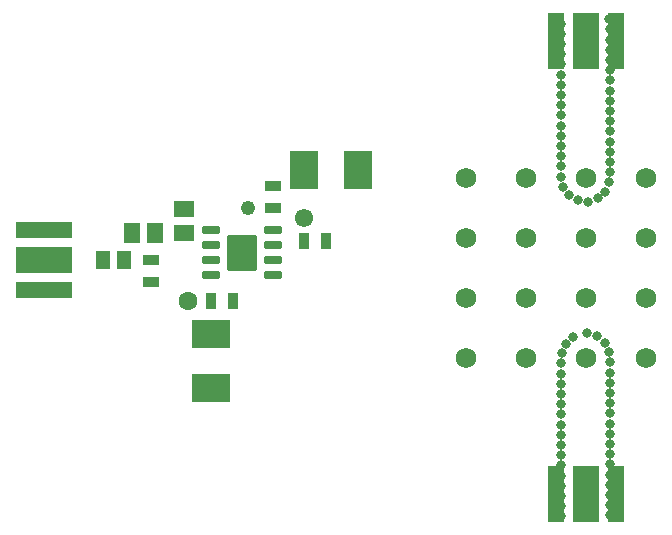
<source format=gbr>
%TF.GenerationSoftware,Altium Limited,Altium Designer,25.0.2 (28)*%
G04 Layer_Color=8388736*
%FSLAX45Y45*%
%MOMM*%
%TF.SameCoordinates,B98E361C-49A8-4C36-954A-03D76396FE22*%
%TF.FilePolarity,Negative*%
%TF.FileFunction,Soldermask,Top*%
%TF.Part,Single*%
G01*
G75*
%TA.AperFunction,SMDPad,CuDef*%
%ADD14R,0.95000X1.40000*%
%ADD15R,1.40000X0.95000*%
%TA.AperFunction,OtherPad,Pad U_amp-9 (44.577mm,48.26mm)*%
G04:AMPARAMS|DCode=46|XSize=2.49mm|YSize=3mm|CornerRadius=0.0498mm|HoleSize=0mm|Usage=FLASHONLY|Rotation=0.000|XOffset=0mm|YOffset=0mm|HoleType=Round|Shape=RoundedRectangle|*
%AMROUNDEDRECTD46*
21,1,2.49000,2.90040,0,0,0.0*
21,1,2.39040,3.00000,0,0,0.0*
1,1,0.09960,1.19520,-1.45020*
1,1,0.09960,-1.19520,-1.45020*
1,1,0.09960,-1.19520,1.45020*
1,1,0.09960,1.19520,1.45020*
%
%ADD46ROUNDEDRECTD46*%
%TA.AperFunction,SMDPad,CuDef*%
G04:AMPARAMS|DCode=47|XSize=0.7532mm|YSize=1.4532mm|CornerRadius=0.1511mm|HoleSize=0mm|Usage=FLASHONLY|Rotation=90.000|XOffset=0mm|YOffset=0mm|HoleType=Round|Shape=RoundedRectangle|*
%AMROUNDEDRECTD47*
21,1,0.75320,1.15100,0,0,90.0*
21,1,0.45100,1.45320,0,0,90.0*
1,1,0.30220,0.57550,0.22550*
1,1,0.30220,0.57550,-0.22550*
1,1,0.30220,-0.57550,-0.22550*
1,1,0.30220,-0.57550,0.22550*
%
%ADD47ROUNDEDRECTD47*%
%ADD48R,3.25120X2.48920*%
%ADD49R,1.40320X1.65320*%
%TA.AperFunction,ConnectorPad*%
%ADD50R,4.77520X1.47320*%
%ADD51R,4.77520X2.23520*%
%ADD52R,1.47320X4.77520*%
%ADD53R,2.23520X4.77520*%
%TA.AperFunction,SMDPad,CuDef*%
%ADD54R,2.48920X3.25120*%
%ADD55R,1.65320X1.40320*%
%ADD56R,1.20320X1.55320*%
%TA.AperFunction,ComponentPad*%
%ADD57C,1.72720*%
%TA.AperFunction,ViaPad*%
%ADD58C,1.54940*%
%ADD59C,1.60020*%
%ADD60C,1.21920*%
%ADD61C,0.70320*%
%ADD62C,0.81280*%
D14*
X4380200Y4419600D02*
D03*
X4195200D02*
D03*
X4978399Y4927600D02*
D03*
X5163399D02*
D03*
D15*
X3683000Y4762500D02*
D03*
Y4577501D02*
D03*
X4720199Y5203400D02*
D03*
Y5388400D02*
D03*
D46*
X4457700Y4826000D02*
D03*
D47*
X4195200Y5016500D02*
D03*
Y4889500D02*
D03*
Y4762500D02*
D03*
Y4635500D02*
D03*
X4720200Y5016500D02*
D03*
Y4889500D02*
D03*
Y4762500D02*
D03*
Y4635500D02*
D03*
D48*
X4195201Y3683000D02*
D03*
Y4140200D02*
D03*
D49*
X3521100Y4991100D02*
D03*
X3721100D02*
D03*
D50*
X2781300Y4508500D02*
D03*
Y5016500D02*
D03*
D51*
Y4762500D02*
D03*
D52*
X7112000Y6616700D02*
D03*
X7620000D02*
D03*
Y2781300D02*
D03*
X7112000D02*
D03*
D53*
X7366000Y6616700D02*
D03*
Y2781300D02*
D03*
D54*
X4978400Y5524500D02*
D03*
X5435600D02*
D03*
D55*
X3962400Y5191100D02*
D03*
Y4991100D02*
D03*
D56*
X3275500Y4762500D02*
D03*
X3455500D02*
D03*
D57*
X7874000Y3937000D02*
D03*
Y4445000D02*
D03*
Y4953000D02*
D03*
Y5461000D02*
D03*
X7366000Y3937000D02*
D03*
Y4445000D02*
D03*
Y4953000D02*
D03*
Y5461000D02*
D03*
X6858000Y3937000D02*
D03*
Y4445000D02*
D03*
Y4953000D02*
D03*
Y5461000D02*
D03*
X6350000Y3937000D02*
D03*
Y4445000D02*
D03*
Y4953000D02*
D03*
Y5461000D02*
D03*
D58*
X4978400Y5118100D02*
D03*
D59*
X4000500Y4419600D02*
D03*
D60*
X4508500Y5203401D02*
D03*
D61*
X4522700Y4761000D02*
D03*
X4392700D02*
D03*
X4522700Y4891000D02*
D03*
X4392700D02*
D03*
D62*
X7570954Y2601400D02*
D03*
Y2687760D02*
D03*
Y2774120D02*
D03*
Y2860480D02*
D03*
Y2946840D02*
D03*
Y3033200D02*
D03*
X7161046Y2592909D02*
D03*
Y2679269D02*
D03*
Y2765629D02*
D03*
Y2851989D02*
D03*
Y2938349D02*
D03*
Y3024709D02*
D03*
X7262150Y4112690D02*
D03*
X7198659Y4054150D02*
D03*
X7165108Y3974573D02*
D03*
X7161046Y3888309D02*
D03*
Y3801949D02*
D03*
Y3715589D02*
D03*
Y3629229D02*
D03*
Y3542869D02*
D03*
Y3456509D02*
D03*
Y3370149D02*
D03*
Y3283789D02*
D03*
Y3197429D02*
D03*
Y3111069D02*
D03*
X7570954Y3119560D02*
D03*
Y3205920D02*
D03*
Y3292280D02*
D03*
Y3378640D02*
D03*
Y3465000D02*
D03*
Y3551360D02*
D03*
Y3637720D02*
D03*
Y3724080D02*
D03*
Y3810440D02*
D03*
Y3896800D02*
D03*
X7564963Y3982952D02*
D03*
X7528061Y4061031D02*
D03*
X7462323Y4117036D02*
D03*
X7379376Y4141077D02*
D03*
X7161046Y6677811D02*
D03*
Y6591451D02*
D03*
Y6505091D02*
D03*
Y6418731D02*
D03*
X7159293Y6764171D02*
D03*
X7569200Y6716105D02*
D03*
Y6629745D02*
D03*
Y6543385D02*
D03*
Y6457025D02*
D03*
X7567446Y6802466D02*
D03*
X7569200Y6370665D02*
D03*
X7161046Y6332371D02*
D03*
Y6246011D02*
D03*
Y6159651D02*
D03*
Y6073291D02*
D03*
Y5986931D02*
D03*
Y5900571D02*
D03*
Y5814211D02*
D03*
Y5727851D02*
D03*
Y5641491D02*
D03*
Y5555131D02*
D03*
Y5468771D02*
D03*
X7177042Y5383905D02*
D03*
X7225779Y5312612D02*
D03*
X7299511Y5267649D02*
D03*
X7385296Y5257702D02*
D03*
X7467559Y5283987D02*
D03*
X7531743Y5341767D02*
D03*
X7566510Y5420819D02*
D03*
X7570954Y5507065D02*
D03*
Y5593425D02*
D03*
Y5679785D02*
D03*
Y5766145D02*
D03*
Y5852505D02*
D03*
Y5938865D02*
D03*
Y6025225D02*
D03*
Y6111585D02*
D03*
Y6197945D02*
D03*
Y6284305D02*
D03*
%TF.MD5,f7d89df893e3f5d4a4fe91f25c4d2661*%
M02*

</source>
